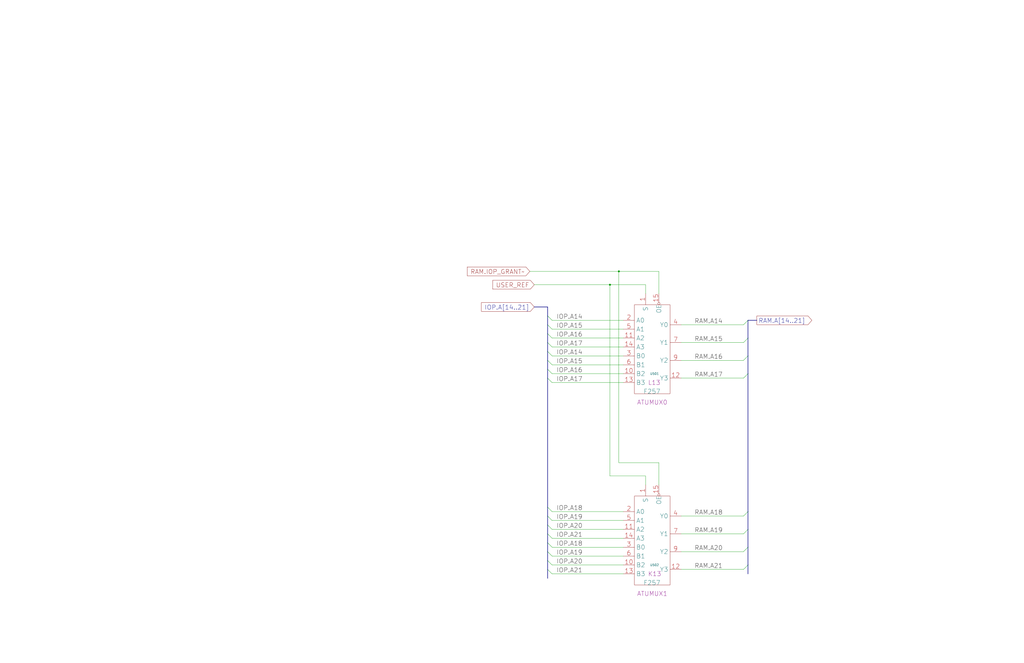
<source format=kicad_sch>
(kicad_sch (version 20250114) (generator "eeschema") (generator_version "9.0")
  (paper "User" 584.2 378.46)
  (title_block (title "IOP\\nATU") (date "22-SEP-90") (rev "2.0") (comment 1 "IOC") (comment 2 "232-003061") (comment 3 "S400") (comment 4 "RELEASED"))
  (lib_symbols
    (symbol "r1000:F257" (pin_names (offset 1.016))
      (property "Reference" "U" (at 2.54 5.08 0))
      (property "Value" "F257" (at -3.81 -5.08 0))
      (property "Location" "___" (at -1.27 0 0))
      (property "Name" "______" (at 1.27 -12.7 0))
      (symbol "F257_1_1"
        (rectangle (start -8.89 44.45) (end 11.43 -6.35))
        (circle (center 5.08 45.085) (radius 0.635))
        (pin input line (at -15.24 35.56 0) (length 6.35) (name "A0") (number "2"))
        (pin input line (at -15.24 30.48 0) (length 6.35) (name "A1") (number "5"))
        (pin input line (at -15.24 25.4 0) (length 6.35) (name "A2") (number "11"))
        (pin input line (at -15.24 20.32 0) (length 6.35) (name "A3") (number "14"))
        (pin input line (at -15.24 15.24 0) (length 6.35) (name "B0") (number "3"))
        (pin input line (at -15.24 10.16 0) (length 6.35) (name "B1") (number "6"))
        (pin input line (at -15.24 5.08 0) (length 6.35) (name "B2") (number "10"))
        (pin input line (at -15.24 0 0) (length 6.35) (name "B3") (number "13"))
        (pin input line (at -2.54 50.8 270) (length 6.35) (name "S") (number "1"))
        (pin input line (at 5.08 50.8 270) (length 5.08) (name "OE") (number "15"))
        (pin tri_state line (at 17.78 33.02 180) (length 6.35) (name "Y0") (number "4"))
        (pin tri_state line (at 17.78 22.86 180) (length 6.35) (name "Y1") (number "7"))
        (pin tri_state line (at 17.78 12.7 180) (length 6.35) (name "Y2") (number "9"))
        (pin tri_state line (at 17.78 2.54 180) (length 6.35) (name "Y3") (number "12"))
      )
    )
  )
  (junction (at 353.06 154.94))
  (junction (at 347.98 162.56))
  (bus_entry (at 426.72 312.42) (size -2.54 2.54))
  (bus_entry (at 426.72 203.2) (size -2.54 2.54))
  (bus_entry (at 312.42 180.34) (size 2.54 2.54))
  (bus_entry (at 312.42 200.66) (size 2.54 2.54))
  (bus_entry (at 426.72 292.1) (size -2.54 2.54))
  (bus_entry (at 426.72 213.36) (size -2.54 2.54))
  (bus_entry (at 426.72 322.58) (size -2.54 2.54))
  (bus_entry (at 312.42 289.56) (size 2.54 2.54))
  (bus_entry (at 426.72 193.04) (size -2.54 2.54))
  (bus_entry (at 312.42 320.04) (size 2.54 2.54))
  (bus_entry (at 312.42 185.42) (size 2.54 2.54))
  (bus_entry (at 312.42 210.82) (size 2.54 2.54))
  (bus_entry (at 426.72 182.88) (size -2.54 2.54))
  (bus_entry (at 426.72 302.26) (size -2.54 2.54))
  (bus_entry (at 312.42 205.74) (size 2.54 2.54))
  (bus_entry (at 312.42 304.8) (size 2.54 2.54))
  (bus_entry (at 312.42 309.88) (size 2.54 2.54))
  (bus_entry (at 312.42 299.72) (size 2.54 2.54))
  (bus_entry (at 312.42 325.12) (size 2.54 2.54))
  (bus_entry (at 312.42 195.58) (size 2.54 2.54))
  (bus_entry (at 312.42 215.9) (size 2.54 2.54))
  (bus_entry (at 312.42 314.96) (size 2.54 2.54))
  (bus_entry (at 312.42 190.5) (size 2.54 2.54))
  (bus_entry (at 312.42 294.64) (size 2.54 2.54))
  (wire (pts (xy 314.96 297.18) (xy 355.6 297.18)))
  (wire (pts (xy 314.96 312.42) (xy 355.6 312.42)))
  (bus (pts (xy 312.42 180.34) (xy 312.42 185.42)))
  (wire (pts (xy 388.62 185.42) (xy 424.18 185.42)))
  (wire (pts (xy 314.96 203.2) (xy 355.6 203.2)))
  (bus (pts (xy 426.72 292.1) (xy 426.72 302.26)))
  (wire (pts (xy 314.96 317.5) (xy 355.6 317.5)))
  (wire (pts (xy 368.3 162.56) (xy 368.3 167.64)))
  (bus (pts (xy 312.42 309.88) (xy 312.42 314.96)))
  (bus (pts (xy 312.42 200.66) (xy 312.42 205.74)))
  (wire (pts (xy 302.26 154.94) (xy 353.06 154.94)))
  (bus (pts (xy 312.42 299.72) (xy 312.42 304.8)))
  (wire (pts (xy 375.92 276.86) (xy 375.92 264.16)))
  (bus (pts (xy 312.42 304.8) (xy 312.42 309.88)))
  (wire (pts (xy 314.96 213.36) (xy 355.6 213.36)))
  (wire (pts (xy 314.96 208.28) (xy 355.6 208.28)))
  (bus (pts (xy 312.42 320.04) (xy 312.42 325.12)))
  (wire (pts (xy 347.98 162.56) (xy 368.3 162.56)))
  (wire (pts (xy 388.62 294.64) (xy 424.18 294.64)))
  (wire (pts (xy 368.3 276.86) (xy 368.3 271.78)))
  (bus (pts (xy 426.72 193.04) (xy 426.72 203.2)))
  (bus (pts (xy 312.42 195.58) (xy 312.42 200.66)))
  (wire (pts (xy 388.62 205.74) (xy 424.18 205.74)))
  (wire (pts (xy 388.62 314.96) (xy 424.18 314.96)))
  (wire (pts (xy 314.96 193.04) (xy 355.6 193.04)))
  (bus (pts (xy 426.72 312.42) (xy 426.72 322.58)))
  (wire (pts (xy 314.96 218.44) (xy 355.6 218.44)))
  (wire (pts (xy 314.96 302.26) (xy 355.6 302.26)))
  (bus (pts (xy 426.72 182.88) (xy 431.8 182.88)))
  (wire (pts (xy 388.62 304.8) (xy 424.18 304.8)))
  (bus (pts (xy 426.72 302.26) (xy 426.72 312.42)))
  (wire (pts (xy 347.98 162.56) (xy 347.98 271.78)))
  (wire (pts (xy 314.96 307.34) (xy 355.6 307.34)))
  (bus (pts (xy 312.42 175.26) (xy 312.42 180.34)))
  (bus (pts (xy 304.8 175.26) (xy 312.42 175.26)))
  (wire (pts (xy 368.3 271.78) (xy 347.98 271.78)))
  (wire (pts (xy 388.62 195.58) (xy 424.18 195.58)))
  (bus (pts (xy 426.72 213.36) (xy 426.72 292.1)))
  (wire (pts (xy 388.62 325.12) (xy 424.18 325.12)))
  (wire (pts (xy 353.06 154.94) (xy 375.92 154.94)))
  (wire (pts (xy 375.92 154.94) (xy 375.92 167.64)))
  (wire (pts (xy 314.96 182.88) (xy 355.6 182.88)))
  (bus (pts (xy 312.42 215.9) (xy 312.42 289.56)))
  (wire (pts (xy 314.96 322.58) (xy 355.6 322.58)))
  (bus (pts (xy 312.42 210.82) (xy 312.42 215.9)))
  (wire (pts (xy 314.96 327.66) (xy 355.6 327.66)))
  (wire (pts (xy 353.06 264.16) (xy 353.06 154.94)))
  (bus (pts (xy 312.42 325.12) (xy 312.42 330.2)))
  (bus (pts (xy 312.42 289.56) (xy 312.42 294.64)))
  (wire (pts (xy 304.8 162.56) (xy 347.98 162.56)))
  (wire (pts (xy 314.96 187.96) (xy 355.6 187.96)))
  (wire (pts (xy 388.62 215.9) (xy 424.18 215.9)))
  (wire (pts (xy 375.92 264.16) (xy 353.06 264.16)))
  (bus (pts (xy 426.72 203.2) (xy 426.72 213.36)))
  (bus (pts (xy 312.42 190.5) (xy 312.42 195.58)))
  (bus (pts (xy 426.72 322.58) (xy 426.72 327.66)))
  (bus (pts (xy 312.42 294.64) (xy 312.42 299.72)))
  (wire (pts (xy 314.96 198.12) (xy 355.6 198.12)))
  (bus (pts (xy 426.72 182.88) (xy 426.72 193.04)))
  (bus (pts (xy 312.42 205.74) (xy 312.42 210.82)))
  (bus (pts (xy 312.42 185.42) (xy 312.42 190.5)))
  (bus (pts (xy 312.42 314.96) (xy 312.42 320.04)))
  (wire (pts (xy 314.96 292.1) (xy 355.6 292.1)))
  (label "RAM.A18" (at 396.24 294.64 0) (effects (font (size 2.54 2.54))))
  (label "IOP.A15" (at 317.5 208.28 0) (effects (font (size 2.54 2.54))))
  (label "IOP.A21" (at 317.5 307.34 0) (effects (font (size 2.54 2.54))))
  (label "IOP.A21" (at 317.5 327.66 0) (effects (font (size 2.54 2.54))))
  (label "IOP.A20" (at 317.5 322.58 0) (effects (font (size 2.54 2.54))))
  (label "IOP.A16" (at 317.5 193.04 0) (effects (font (size 2.54 2.54))))
  (label "IOP.A17" (at 317.5 198.12 0) (effects (font (size 2.54 2.54))))
  (label "RAM.A15" (at 396.24 195.58 0) (effects (font (size 2.54 2.54))))
  (label "IOP.A14" (at 317.5 203.2 0) (effects (font (size 2.54 2.54))))
  (label "RAM.A16" (at 396.24 205.74 0) (effects (font (size 2.54 2.54))))
  (label "IOP.A18" (at 317.5 292.1 0) (effects (font (size 2.54 2.54))))
  (label "IOP.A15" (at 317.5 187.96 0) (effects (font (size 2.54 2.54))))
  (label "IOP.A19" (at 317.5 317.5 0) (effects (font (size 2.54 2.54))))
  (label "RAM.A21" (at 396.24 325.12 0) (effects (font (size 2.54 2.54))))
  (label "IOP.A14" (at 317.5 182.88 0) (effects (font (size 2.54 2.54))))
  (label "IOP.A16" (at 317.5 213.36 0) (effects (font (size 2.54 2.54))))
  (label "RAM.A17" (at 396.24 215.9 0) (effects (font (size 2.54 2.54))))
  (label "IOP.A20" (at 317.5 302.26 0) (effects (font (size 2.54 2.54))))
  (label "RAM.A20" (at 396.24 314.96 0) (effects (font (size 2.54 2.54))))
  (label "RAM.A14" (at 396.24 185.42 0) (effects (font (size 2.54 2.54))))
  (label "IOP.A17" (at 317.5 218.44 0) (effects (font (size 2.54 2.54))))
  (label "IOP.A18" (at 317.5 312.42 0) (effects (font (size 2.54 2.54))))
  (label "IOP.A19" (at 317.5 297.18 0) (effects (font (size 2.54 2.54))))
  (label "RAM.A19" (at 396.24 304.8 0) (effects (font (size 2.54 2.54))))
  (global_label "RAM.IOP_GRANT~" (shape input) (at 302.26 154.94 180) (effects (font (size 2.54 2.54))) (property "Intersheetrefs" "${INTERSHEET_REFS}" (at 266.2101 154.7813 0) (effects (font (size 1.905 1.905)) (justify right))))
  (global_label "USER_REF" (shape input) (at 304.8 162.56 180) (effects (font (size 2.54 2.54))) (property "Intersheetrefs" "${INTERSHEET_REFS}" (at 280.7244 162.4013 0) (effects (font (size 1.905 1.905)) (justify right))))
  (global_label "RAM.A[14..21]" (shape output) (at 431.8 182.88 0) (effects (font (size 2.54 2.54))) (property "Intersheetrefs" "${INTERSHEET_REFS}" (at 463.4956 182.7213 0) (effects (font (size 1.905 1.905)) (justify left))))
  (global_label "IOP.A[14..21]" (shape input) (at 304.8 175.26 180) (effects (font (size 2.54 2.54))) (property "Intersheetrefs" "${INTERSHEET_REFS}" (at 274.314 175.1013 0) (effects (font (size 1.905 1.905)) (justify right))))
  (symbol (lib_id "r1000:F257") (at 370.84 218.44 0) (unit 1)
    (property "Reference" "U501" (at 373.38 213.36 0))
    (property "Value" "F257" (at 367.03 223.52 0) (effects (font (size 2.54 2.54)) (justify left)))
    (property "Location" "L13" (at 369.57 218.44 0) (effects (font (size 2.54 2.54)) (justify left)))
    (property "Name" "ATUMUX0" (at 372.11 231.14 0) (effects (font (size 2.54 2.54)) (justify bottom)))
  )
  (symbol (lib_id "r1000:F257") (at 370.84 327.66 0) (unit 1)
    (property "Reference" "U502" (at 373.38 322.58 0))
    (property "Value" "F257" (at 367.03 332.74 0) (effects (font (size 2.54 2.54)) (justify left)))
    (property "Location" "K13" (at 369.57 327.66 0) (effects (font (size 2.54 2.54)) (justify left)))
    (property "Name" "ATUMUX1" (at 372.11 340.36 0) (effects (font (size 2.54 2.54)) (justify bottom)))
  )
)
</source>
